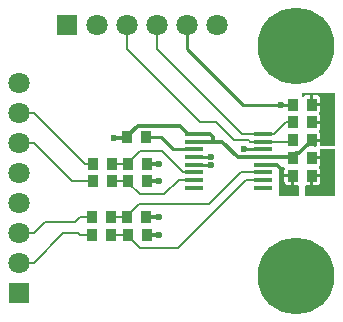
<source format=gtl>
G04*
G04 #@! TF.GenerationSoftware,Altium Limited,Altium Designer,24.10.1 (45)*
G04*
G04 Layer_Physical_Order=1*
G04 Layer_Color=255*
%FSLAX25Y25*%
%MOIN*%
G70*
G04*
G04 #@! TF.SameCoordinates,7D61CDC6-73F6-4491-BD7D-58E7267C6A93*
G04*
G04*
G04 #@! TF.FilePolarity,Positive*
G04*
G01*
G75*
%ADD10C,0.01181*%
%ADD12C,0.00787*%
%ADD13C,0.01000*%
G04:AMPARAMS|DCode=14|XSize=43.31mil|YSize=35.43mil|CornerRadius=2.66mil|HoleSize=0mil|Usage=FLASHONLY|Rotation=90.000|XOffset=0mil|YOffset=0mil|HoleType=Round|Shape=RoundedRectangle|*
%AMROUNDEDRECTD14*
21,1,0.04331,0.03012,0,0,90.0*
21,1,0.03799,0.03543,0,0,90.0*
1,1,0.00532,0.01506,0.01900*
1,1,0.00532,0.01506,-0.01900*
1,1,0.00532,-0.01506,-0.01900*
1,1,0.00532,-0.01506,0.01900*
%
%ADD14ROUNDEDRECTD14*%
G04:AMPARAMS|DCode=15|XSize=43.31mil|YSize=35.43mil|CornerRadius=3.54mil|HoleSize=0mil|Usage=FLASHONLY|Rotation=270.000|XOffset=0mil|YOffset=0mil|HoleType=Round|Shape=RoundedRectangle|*
%AMROUNDEDRECTD15*
21,1,0.04331,0.02835,0,0,270.0*
21,1,0.03622,0.03543,0,0,270.0*
1,1,0.00709,-0.01417,-0.01811*
1,1,0.00709,-0.01417,0.01811*
1,1,0.00709,0.01417,0.01811*
1,1,0.00709,0.01417,-0.01811*
%
%ADD15ROUNDEDRECTD15*%
G04:AMPARAMS|DCode=16|XSize=59.06mil|YSize=15.75mil|CornerRadius=1.97mil|HoleSize=0mil|Usage=FLASHONLY|Rotation=0.000|XOffset=0mil|YOffset=0mil|HoleType=Round|Shape=RoundedRectangle|*
%AMROUNDEDRECTD16*
21,1,0.05906,0.01181,0,0,0.0*
21,1,0.05512,0.01575,0,0,0.0*
1,1,0.00394,0.02756,-0.00591*
1,1,0.00394,-0.02756,-0.00591*
1,1,0.00394,-0.02756,0.00591*
1,1,0.00394,0.02756,0.00591*
%
%ADD16ROUNDEDRECTD16*%
%ADD24C,0.07087*%
%ADD25R,0.07087X0.07087*%
%ADD26R,0.07087X0.07087*%
%ADD27C,0.25591*%
%ADD28C,0.02362*%
G36*
X108406Y51665D02*
X108331Y51552D01*
X108225Y51024D01*
Y49713D01*
X111024D01*
Y49213D01*
X111524D01*
Y46021D01*
X112441D01*
X112689Y46070D01*
X113189Y45717D01*
Y42323D01*
X106299D01*
Y52165D01*
X108139D01*
X108406Y51665D01*
D02*
G37*
G36*
X125000Y42323D02*
X115157D01*
Y45717D01*
X115657Y46070D01*
X115905Y46021D01*
X116823D01*
Y49213D01*
X117323D01*
Y49713D01*
X120121D01*
Y51024D01*
X120016Y51552D01*
X119842Y51813D01*
X119756Y52165D01*
X119842Y52518D01*
X120016Y52779D01*
X120121Y53307D01*
Y54618D01*
X117323D01*
Y55618D01*
X120121D01*
Y56929D01*
X120016Y57458D01*
X119945Y57563D01*
X120008Y57793D01*
X120231Y58035D01*
X125000D01*
Y42323D01*
D02*
G37*
G36*
Y59055D02*
X120176D01*
X120119Y59124D01*
Y60524D01*
X117323D01*
Y61524D01*
X120119D01*
Y62923D01*
X120021Y63417D01*
X119889Y63614D01*
X119783Y63976D01*
X119889Y64338D01*
X120021Y64536D01*
X120119Y65030D01*
Y66429D01*
X117323D01*
Y67429D01*
X120119D01*
Y68829D01*
X120021Y69323D01*
X119889Y69520D01*
X119783Y69882D01*
X119889Y70244D01*
X120021Y70441D01*
X120119Y70935D01*
Y72335D01*
X117323D01*
Y72835D01*
X116823D01*
Y76025D01*
X115817D01*
X115323Y75927D01*
X114904Y75647D01*
X114673Y75301D01*
X114369Y75317D01*
X114173Y75384D01*
Y76772D01*
X125000D01*
Y59055D01*
D02*
G37*
%LPC*%
G36*
X110524Y48713D02*
X108225D01*
Y47402D01*
X108331Y46873D01*
X108630Y46425D01*
X109078Y46126D01*
X109606Y46021D01*
X110524D01*
Y48713D01*
D02*
G37*
G36*
X120121Y48713D02*
X117823D01*
Y46021D01*
X118740D01*
X119269Y46126D01*
X119717Y46425D01*
X120016Y46873D01*
X120121Y47402D01*
Y48713D01*
D02*
G37*
G36*
X118829Y76025D02*
X117823D01*
Y73335D01*
X120119D01*
Y74734D01*
X120021Y75228D01*
X119741Y75647D01*
X119323Y75927D01*
X118829Y76025D01*
D02*
G37*
%LPD*%
D10*
X105610Y52854D02*
X107283Y51181D01*
X100984Y52854D02*
X105610D01*
X117323Y60630D02*
X118504Y59449D01*
X117323Y60630D02*
Y61024D01*
X115748Y59449D02*
X116142D01*
X117323Y60630D01*
X51575Y61811D02*
X55709D01*
X55905Y62008D01*
X112992Y56693D02*
X115748Y59449D01*
X111024Y55512D02*
X112205Y56693D01*
X112992D01*
X75984Y63090D02*
X83366D01*
X84252Y62205D01*
Y60532D02*
Y62205D01*
X73327Y65748D02*
X75984Y63090D01*
X55905Y62402D02*
X59252Y65748D01*
X73327D01*
X62402Y29528D02*
X66535D01*
X62402Y29528D02*
X62402Y29528D01*
X62205Y35433D02*
X62205Y35433D01*
X66535D01*
X55905Y62008D02*
Y62402D01*
X62402Y47244D02*
X66535D01*
X62402Y47244D02*
X62402Y47244D01*
Y53150D02*
X62402Y53150D01*
X66535D01*
X84252Y60532D02*
X87500D01*
X78150D02*
X84252D01*
X92618Y55413D02*
X100984D01*
X87500Y60532D02*
X92618Y55413D01*
X100984D02*
X110728D01*
D12*
X65630Y91535D02*
Y99410D01*
X55630Y91535D02*
Y99410D01*
Y91535D02*
X80236Y66929D01*
X85433D01*
X19685Y70197D02*
X24606D01*
X19685Y60197D02*
X24606D01*
X37559Y47244D02*
X44291D01*
X24606Y60197D02*
X37559Y47244D01*
X41605Y53198D02*
X44243D01*
X24606Y70197D02*
X41605Y53198D01*
X44243D02*
X44291Y53150D01*
X19685Y20197D02*
X24606D01*
X39449Y30039D02*
X39961Y29528D01*
X34449Y30039D02*
X39449D01*
X24606Y20197D02*
X34449Y30039D01*
X19685Y30197D02*
X24606D01*
X28268Y33858D01*
X96361Y61024D02*
X96853Y60532D01*
X91339Y61024D02*
X96361D01*
X85433Y66929D02*
X91339Y61024D01*
X96853Y60532D02*
X100984D01*
X110531D01*
X65630Y91535D02*
X94075Y63090D01*
X100984D01*
X110531Y60532D02*
X111024Y61024D01*
X108661Y66929D02*
X111024D01*
X104823Y63090D02*
X108661Y66929D01*
X100984Y63090D02*
X104823D01*
X95374Y47736D02*
X100984D01*
X72835Y25197D02*
X95374Y47736D01*
X60039Y25197D02*
X72835D01*
X39961Y35433D02*
X44094D01*
X38386Y33858D02*
X39961Y35433D01*
X28268Y33858D02*
X38386D01*
X39961Y29528D02*
X44094D01*
X50394Y35433D02*
X55512D01*
X50394Y29528D02*
X56102D01*
Y29134D02*
X60039Y25197D01*
X56102Y29134D02*
Y29528D01*
X59842Y39764D02*
X83071D01*
X93602Y50295D02*
X100984D01*
X83071Y39764D02*
X93602Y50295D01*
X55512Y35433D02*
X59842Y39764D01*
X50591Y47244D02*
X56102D01*
X50591Y53150D02*
X56102D01*
X68110Y42913D02*
X72933Y47736D01*
X60039Y42913D02*
X68110D01*
X56102Y46850D02*
X60039Y42913D01*
X56102Y46850D02*
Y47244D01*
X72933Y47736D02*
X78150D01*
X78097Y50348D02*
X78150Y50295D01*
X67323Y57480D02*
X74456Y50348D01*
X60039Y57480D02*
X67323D01*
X74456Y50348D02*
X78097D01*
X56102Y53543D02*
X60039Y57480D01*
X56102Y53150D02*
Y53543D01*
D13*
X75630Y91535D02*
Y99410D01*
X94882Y58185D02*
X95095Y57972D01*
X100984D01*
X75630Y91535D02*
X94331Y72835D01*
X107087D01*
X111024D01*
X62205Y62008D02*
X66929D01*
X70965Y57972D02*
X78150D01*
X66929Y62008D02*
X70965Y57972D01*
X78150Y52854D02*
X78199Y52805D01*
X83809D02*
X83858Y52756D01*
X78199Y55463D02*
X83809D01*
X78199Y52805D02*
X83809D01*
X78150Y55413D02*
X78199Y55463D01*
X83809D02*
X83858Y55512D01*
D14*
X62205Y62008D02*
D03*
X55905D02*
D03*
X117323Y72835D02*
D03*
X111024D02*
D03*
X117323Y66929D02*
D03*
X111024D02*
D03*
X117323Y61024D02*
D03*
X111024D02*
D03*
X50394Y29528D02*
D03*
X44094D02*
D03*
X50394Y35433D02*
D03*
X44094D02*
D03*
X50591Y47244D02*
D03*
X44291D02*
D03*
X50591Y53150D02*
D03*
X44291D02*
D03*
D15*
X56102Y29528D02*
D03*
X62402D02*
D03*
X55905Y35433D02*
D03*
X62205D02*
D03*
X56102Y47244D02*
D03*
X62402D02*
D03*
X56102Y53150D02*
D03*
X62402D02*
D03*
X111024Y49213D02*
D03*
X117323D02*
D03*
X111024Y55118D02*
D03*
X117323D02*
D03*
D16*
X100984Y63090D02*
D03*
Y60532D02*
D03*
Y57972D02*
D03*
Y55413D02*
D03*
Y52854D02*
D03*
Y50295D02*
D03*
Y47736D02*
D03*
Y45177D02*
D03*
X78150D02*
D03*
Y47736D02*
D03*
Y50295D02*
D03*
Y52854D02*
D03*
Y55413D02*
D03*
Y57972D02*
D03*
Y60532D02*
D03*
Y63090D02*
D03*
D24*
X19685Y80197D02*
D03*
Y70197D02*
D03*
Y30197D02*
D03*
Y20197D02*
D03*
Y40197D02*
D03*
Y50197D02*
D03*
Y60197D02*
D03*
X85630Y99410D02*
D03*
X75630D02*
D03*
X65630D02*
D03*
X45630D02*
D03*
X55630D02*
D03*
D25*
X19685Y10197D02*
D03*
D26*
X35630Y99410D02*
D03*
D27*
X112205Y15748D02*
D03*
Y92520D02*
D03*
D28*
X107874Y44094D02*
D03*
X120472D02*
D03*
X121653Y51968D02*
D03*
Y64173D02*
D03*
X51575Y61811D02*
D03*
X116535Y44094D02*
D03*
X111811D02*
D03*
X121653Y60236D02*
D03*
Y55905D02*
D03*
X94882Y58185D02*
D03*
X107087Y72835D02*
D03*
X66535Y29528D02*
D03*
Y35433D02*
D03*
X83858Y55512D02*
D03*
Y52756D02*
D03*
X66535Y47244D02*
D03*
Y53150D02*
D03*
X112205Y6083D02*
D03*
X102362Y15925D02*
D03*
X122047D02*
D03*
X112205Y25768D02*
D03*
X119164Y8965D02*
D03*
X105245D02*
D03*
X119164Y22885D02*
D03*
X105245D02*
D03*
X112205Y82677D02*
D03*
X102362Y92520D02*
D03*
X122047D02*
D03*
X112205Y102362D02*
D03*
X119164Y85560D02*
D03*
X105245D02*
D03*
X119164Y99479D02*
D03*
X105245D02*
D03*
M02*

</source>
